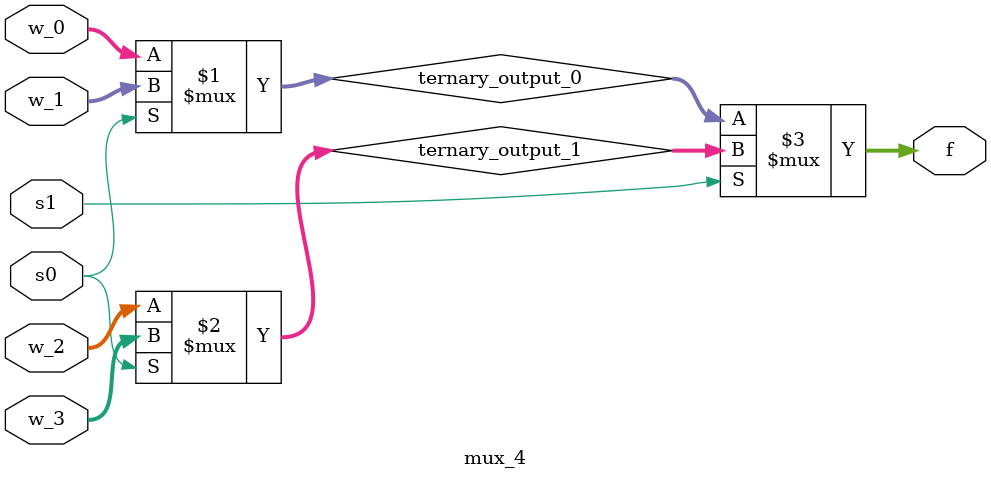
<source format=v>
module mux_4(w_0, w_1, w_2,w_3, f, s0, s1);
//Building 4x1 mux

input [31:0] w_0, w_1, w_2, w_3;
input s0,s1;
output [31:0] f;
 wire [31:0] ternary_output_0, ternary_output_1;
 
assign ternary_output_0 = s0 ? w_1 : w_0;
assign ternary_output_1 = s0 ? w_3 : w_2;
assign f = s1 ? ternary_output_1  : ternary_output_0;

endmodule
</source>
